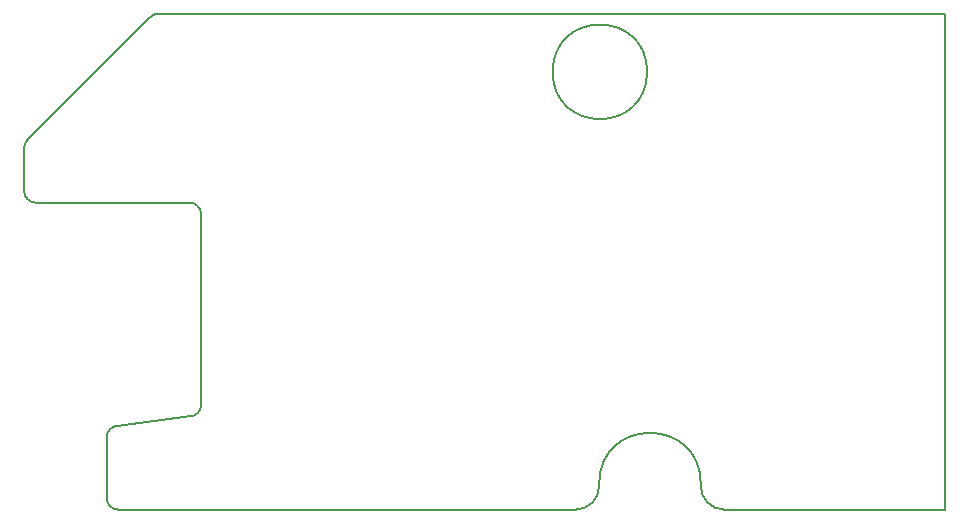
<source format=gm1>
%TF.GenerationSoftware,KiCad,Pcbnew,9.0.1*%
%TF.CreationDate,2025-07-07T12:26:16-04:00*%
%TF.ProjectId,cablight-project,6361626c-6967-4687-942d-70726f6a6563,rev?*%
%TF.SameCoordinates,Original*%
%TF.FileFunction,Profile,NP*%
%FSLAX46Y46*%
G04 Gerber Fmt 4.6, Leading zero omitted, Abs format (unit mm)*
G04 Created by KiCad (PCBNEW 9.0.1) date 2025-07-07 12:26:16*
%MOMM*%
%LPD*%
G01*
G04 APERTURE LIST*
%TA.AperFunction,Profile*%
%ADD10C,0.150000*%
%TD*%
G04 APERTURE END LIST*
D10*
X-63000000Y-17000000D02*
X-63000000Y-33117218D01*
X-71000000Y-35882782D02*
G75*
G02*
X-70124033Y-34890522I1000000J-18D01*
G01*
X-63000000Y-33117218D02*
G75*
G02*
X-63875967Y-34109478I-1000000J18D01*
G01*
X-18700000Y-42000000D02*
X0Y-42000000D01*
X-78000000Y-11414214D02*
G75*
G02*
X-77707114Y-10707100I1000000J14D01*
G01*
X-29300000Y-39800000D02*
X-29300000Y-40000000D01*
X0Y0D02*
X0Y-42000000D01*
X-29300000Y-39800000D02*
G75*
G02*
X-20700000Y-39800000I4300000J0D01*
G01*
X-77000000Y-16000000D02*
X-64000000Y-16000000D01*
X-18700000Y-42000000D02*
G75*
G02*
X-20700000Y-40000000I0J2000000D01*
G01*
X-67292893Y-292893D02*
X-77707107Y-10707107D01*
X-25238000Y-4930000D02*
G75*
G02*
X-33238000Y-4930000I-4000000J0D01*
G01*
X-33238000Y-4930000D02*
G75*
G02*
X-25238000Y-4930000I4000000J0D01*
G01*
X-78000000Y-11414214D02*
X-78000000Y-15000000D01*
X0Y0D02*
X-66585786Y0D01*
X-64000000Y-16000000D02*
G75*
G02*
X-63000000Y-17000000I0J-1000000D01*
G01*
X-77000000Y-16000000D02*
G75*
G02*
X-78000000Y-15000000I0J1000000D01*
G01*
X-71000000Y-35882782D02*
X-71000000Y-41000000D01*
X-29300000Y-40000000D02*
G75*
G02*
X-31300000Y-42000000I-2000000J0D01*
G01*
X-67292893Y-292893D02*
G75*
G02*
X-66585786Y-39I707093J-707207D01*
G01*
X-70000000Y-42000000D02*
G75*
G02*
X-71000000Y-41000000I0J1000000D01*
G01*
X-31300000Y-42000000D02*
X-70000000Y-42000000D01*
X-63875965Y-34109496D02*
X-70124035Y-34890504D01*
X-20700000Y-40000000D02*
X-20700000Y-39800000D01*
M02*

</source>
